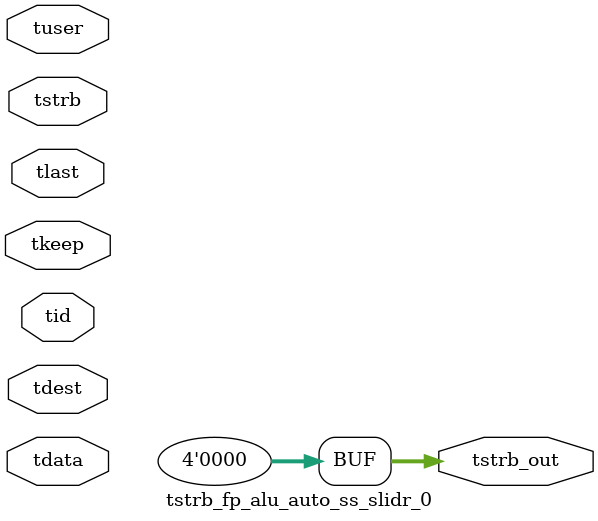
<source format=v>


`timescale 1ps/1ps

module tstrb_fp_alu_auto_ss_slidr_0 #
(
parameter C_S_AXIS_TDATA_WIDTH = 32,
parameter C_S_AXIS_TUSER_WIDTH = 0,
parameter C_S_AXIS_TID_WIDTH   = 0,
parameter C_S_AXIS_TDEST_WIDTH = 0,
parameter C_M_AXIS_TDATA_WIDTH = 32
)
(
input  [(C_S_AXIS_TDATA_WIDTH == 0 ? 1 : C_S_AXIS_TDATA_WIDTH)-1:0     ] tdata,
input  [(C_S_AXIS_TUSER_WIDTH == 0 ? 1 : C_S_AXIS_TUSER_WIDTH)-1:0     ] tuser,
input  [(C_S_AXIS_TID_WIDTH   == 0 ? 1 : C_S_AXIS_TID_WIDTH)-1:0       ] tid,
input  [(C_S_AXIS_TDEST_WIDTH == 0 ? 1 : C_S_AXIS_TDEST_WIDTH)-1:0     ] tdest,
input  [(C_S_AXIS_TDATA_WIDTH/8)-1:0 ] tkeep,
input  [(C_S_AXIS_TDATA_WIDTH/8)-1:0 ] tstrb,
input                                                                    tlast,
output [(C_M_AXIS_TDATA_WIDTH/8)-1:0 ] tstrb_out
);

assign tstrb_out = {1'b0};

endmodule


</source>
